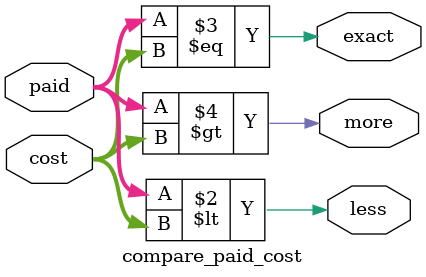
<source format=sv>
`default_nettype none

/******      Comparator Module      ******\
    This modules compares paid and cost:
    If paid < cost, less goes high => 
    if paid = cost, exact goes high => 
    if paid > cost, more goes high.
\******                             ******/
module compare_paid_cost 
    (input  logic [3:0] paid,
     input  logic [3:0] cost,
     output logic more,
     output logic exact,
     output logic less
    );
  always_comb begin
    less  = (paid < cost);
    exact = (paid == cost);
    more = paid > cost;
  end
endmodule : compare_paid_cost

</source>
